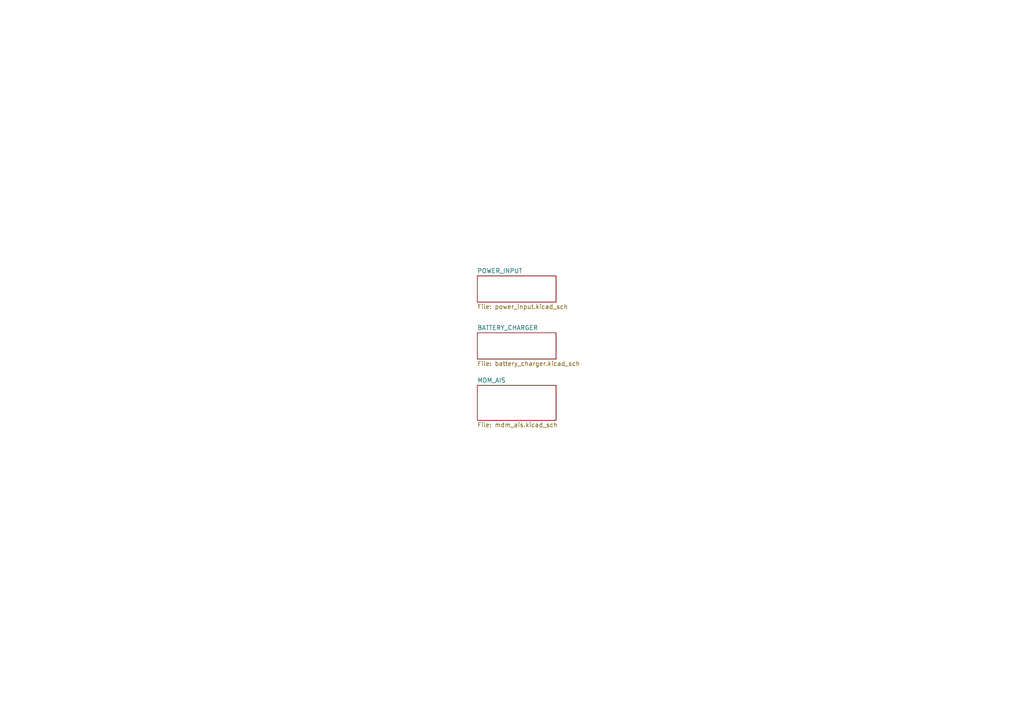
<source format=kicad_sch>
(kicad_sch
	(version 20231120)
	(generator "eeschema")
	(generator_version "8.0")
	(uuid "97f80214-d5cc-4a35-9cac-bb1ff8330c6a")
	(paper "A4")
	(lib_symbols)
	(sheet
		(at 138.43 80.01)
		(size 22.86 7.62)
		(fields_autoplaced yes)
		(stroke
			(width 0.1524)
			(type solid)
		)
		(fill
			(color 0 0 0 0.0000)
		)
		(uuid "063eab5f-42ef-4708-92ea-9f90f7ad8a5a")
		(property "Sheetname" "POWER_INPUT"
			(at 138.43 79.2984 0)
			(effects
				(font
					(size 1.27 1.27)
				)
				(justify left bottom)
			)
		)
		(property "Sheetfile" "power_input.kicad_sch"
			(at 138.43 88.2146 0)
			(effects
				(font
					(size 1.27 1.27)
				)
				(justify left top)
			)
		)
		(instances
			(project "si-hardware-ais-mdm"
				(path "/97f80214-d5cc-4a35-9cac-bb1ff8330c6a"
					(page "2")
				)
			)
		)
	)
	(sheet
		(at 138.43 111.76)
		(size 22.86 10.16)
		(fields_autoplaced yes)
		(stroke
			(width 0.1524)
			(type solid)
		)
		(fill
			(color 0 0 0 0.0000)
		)
		(uuid "5ae8db80-f83d-460f-bd68-cb2ce4c023ac")
		(property "Sheetname" "MDM_AIS"
			(at 138.43 111.0484 0)
			(effects
				(font
					(size 1.27 1.27)
				)
				(justify left bottom)
			)
		)
		(property "Sheetfile" "mdm_ais.kicad_sch"
			(at 138.43 122.5046 0)
			(effects
				(font
					(size 1.27 1.27)
				)
				(justify left top)
			)
		)
		(instances
			(project "si-hardware-ais-mdm"
				(path "/97f80214-d5cc-4a35-9cac-bb1ff8330c6a"
					(page "4")
				)
			)
		)
	)
	(sheet
		(at 138.43 96.52)
		(size 22.86 7.62)
		(fields_autoplaced yes)
		(stroke
			(width 0.1524)
			(type solid)
		)
		(fill
			(color 0 0 0 0.0000)
		)
		(uuid "eb8be877-7392-4453-8d2f-53fc4cbda0d3")
		(property "Sheetname" "BATTERY_CHARGER"
			(at 138.43 95.8084 0)
			(effects
				(font
					(size 1.27 1.27)
				)
				(justify left bottom)
			)
		)
		(property "Sheetfile" "battery_charger.kicad_sch"
			(at 138.43 104.7246 0)
			(effects
				(font
					(size 1.27 1.27)
				)
				(justify left top)
			)
		)
		(instances
			(project "si-hardware-ais-mdm"
				(path "/97f80214-d5cc-4a35-9cac-bb1ff8330c6a"
					(page "3")
				)
			)
		)
	)
	(sheet_instances
		(path "/"
			(page "1")
		)
	)
)

</source>
